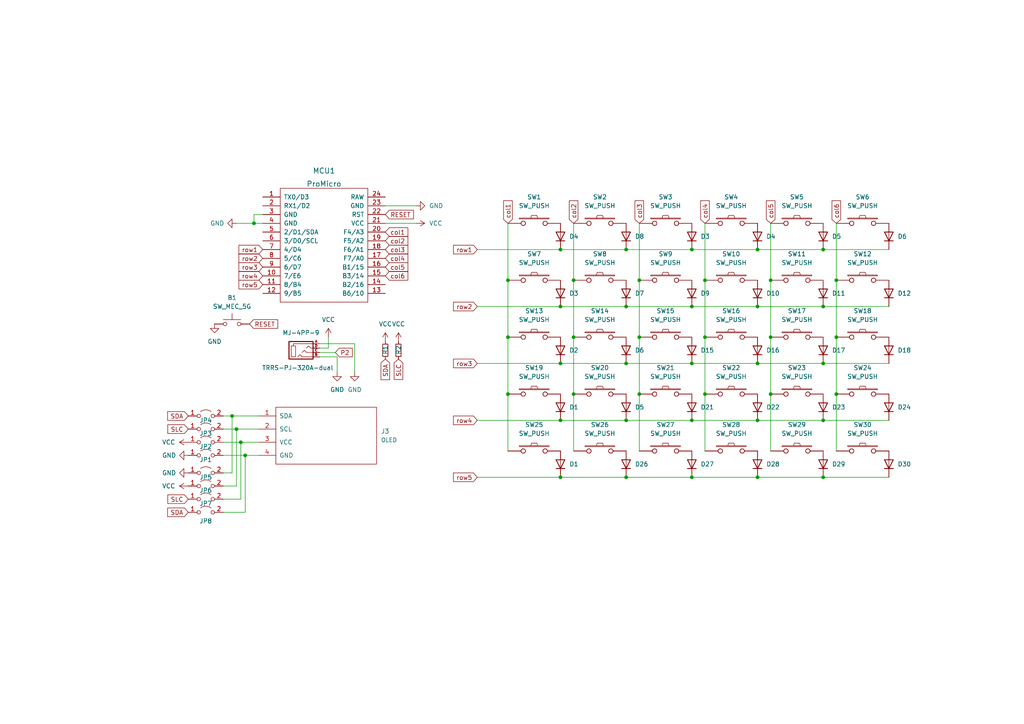
<source format=kicad_sch>
(kicad_sch (version 20211123) (generator eeschema)
  (paper "A4")
  (title_block (title "Insequor58 ≈ Moon60"))
  (lib_symbols
    (symbol "Device:R_Small" (pin_numbers hide) (pin_names (offset 0.254) hide)
      (property "Reference" "R" (at 0.762 0.508 0))
      (property "Value" "R_Small" (at 0.762 -1.016 0))
      (symbol "R_Small_0_1"
        (rectangle (start -0.762 1.778) (end 0.762 -1.778) (stroke (width 0.2032)))
      )
      (symbol "R_Small_1_1"
        (pin passive line (at 0 2.54 270) (length 0.762) (name "~") (number "1"))
        (pin passive line (at 0 -2.54 90) (length 0.762) (name "~") (number "2"))
      )
    )
    (symbol "Jumper:Jumper_2_Open" (pin_names (offset 0) hide)
      (property "Reference" "JP" (at 0 2.794 0))
      (property "Value" "Jumper_2_Open" (at 0 -2.286 0))
      (symbol "Jumper_2_Open_0_0"
        (circle (center -2.032 0) (radius 0.508))
        (circle (center 2.032 0) (radius 0.508))
      )
      (symbol "Jumper_2_Open_0_1"
        (arc (start 1.524 1.27) (mid 0 1.778) (end -1.524 1.27))
      )
      (symbol "Jumper_2_Open_1_1"
        (pin passive line (at -5.08 0 0) (length 2.54) (name "A") (number "1"))
        (pin passive line (at 5.08 0 180) (length 2.54) (name "B") (number "2"))
      )
    )
    (symbol "Simulation_SPICE:DIODE" (pin_numbers hide) (pin_names (offset 1.016) hide)
      (property "Reference" "D" (at 0 2.54 0))
      (property "Value" "DIODE" (at 0 -2.54 0))
      (symbol "DIODE_0_1"
        (polyline (pts (xy 1.27 0) (xy -1.27 0)))
        (polyline (pts (xy 1.27 1.27) (xy 1.27 -1.27)) (stroke (width 0.254)))
        (polyline (pts (xy -1.27 -1.27) (xy -1.27 1.27) (xy 1.27 0) (xy -1.27 -1.27)) (stroke (width 0.254)))
      )
      (symbol "DIODE_1_1"
        (pin passive line (at -3.81 0 0) (length 2.54) (name "A") (number "1"))
        (pin passive line (at 3.81 0 180) (length 2.54) (name "K") (number "2"))
      )
    )
    (symbol "Switch:SW_MEC_5G" (pin_numbers hide) (pin_names (offset 1.016) hide)
      (property "Reference" "SW" (at 1.27 2.54 0))
      (property "Value" "SW_MEC_5G" (at 0 -1.524 0))
      (symbol "SW_MEC_5G_0_1"
        (circle (center -2.032 0) (radius 0.508))
        (polyline (pts (xy 0 1.27) (xy 0 3.048)))
        (polyline (pts (xy 2.54 1.27) (xy -2.54 1.27)))
        (circle (center 2.032 0) (radius 0.508))
        (pin passive line (at -5.08 0 0) (length 2.54) (name "A") (number "1"))
        (pin passive line (at 5.08 0 180) (length 2.54) (name "B") (number "3"))
      )
      (symbol "SW_MEC_5G_1_1"
        (pin passive line (at -5.08 0 0) (length 2.54) hide (name "A") (number "2"))
        (pin passive line (at 5.08 0 180) (length 2.54) hide (name "B") (number "4"))
      )
    )
    (symbol "kbd:MJ-4PP-9" (pin_names (offset 1.016))
      (property "Reference" "J" (at 0 3.81 0))
      (property "Value" "MJ-4PP-9" (at 0 -3.81 0))
      (symbol "MJ-4PP-9_0_1"
        (rectangle (start -1.905 -1.905) (end -3.175 1.27))
        (polyline (pts (xy -2.54 1.27) (xy -2.54 1.905) (xy 3.175 1.905)))
        (polyline (pts (xy -1.27 -1.905) (xy -0.635 -1.27) (xy 0 -1.905) (xy 3.175 -1.905)))
        (polyline (pts (xy 0 -0.635) (xy 0.635 0) (xy 1.27 -0.635) (xy 3.175 -0.635)))
        (polyline (pts (xy 1.27 0.635) (xy 1.905 1.27) (xy 2.54 0.635) (xy 3.175 0.635)))
        (rectangle (start 3.175 2.54) (end -3.81 -2.54) (stroke (width 0.3048)))
      )
      (symbol "MJ-4PP-9_1_1"
        (pin input line (at 5.08 1.905 180) (length 2.0066) (name "~") (number "A"))
        (pin input line (at 5.08 -1.905 180) (length 2.0066) (name "~") (number "B"))
        (pin input line (at 5.08 -0.635 180) (length 2.0066) (name "~") (number "C"))
        (pin input line (at 5.08 0.635 180) (length 2.0066) (name "~") (number "D"))
      )
    )
    (symbol "kbd:OLED" (pin_names (offset 1.016))
      (property "Reference" "OL" (at 0 2.54 0))
      (property "Value" "OLED" (at 0 -1.27 0))
      (symbol "OLED_0_1"
        (rectangle (start -13.97 8.89) (end 15.24 -7.62))
      )
      (symbol "OLED_1_1"
        (pin bidirectional line (at -19.05 6.35 0) (length 5.08) (name "SDA") (number "1"))
        (pin bidirectional line (at -19.05 2.54 0) (length 5.08) (name "SCL") (number "2"))
        (pin power_in line (at -19.05 -1.27 0) (length 5.08) (name "VCC") (number "3"))
        (pin power_in line (at -19.05 -5.08 0) (length 5.08) (name "GND") (number "4"))
      )
    )
    (symbol "kbd:ProMicro" (pin_names (offset 1.016))
      (property "Reference" "U" (at 0 19.05 0))
      (property "Value" "ProMicro" (at 0 -19.05 0))
      (symbol "ProMicro_0_1"
        (rectangle (start -12.7 16.51) (end 12.7 -16.51))
      )
      (symbol "ProMicro_1_1"
        (pin bidirectional line (at -17.78 13.97 0) (length 5.08) (name "TX0/D3") (number "1"))
        (pin bidirectional line (at -17.78 -8.89 0) (length 5.08) (name "7/E6") (number "10"))
        (pin bidirectional line (at -17.78 -11.43 0) (length 5.08) (name "8/B4") (number "11"))
        (pin bidirectional line (at -17.78 -13.97 0) (length 5.08) (name "9/B5") (number "12"))
        (pin bidirectional line (at 17.78 -13.97 180) (length 5.08) (name "B6/10") (number "13"))
        (pin bidirectional line (at 17.78 -11.43 180) (length 5.08) (name "B2/16") (number "14"))
        (pin bidirectional line (at 17.78 -8.89 180) (length 5.08) (name "B3/14") (number "15"))
        (pin bidirectional line (at 17.78 -6.35 180) (length 5.08) (name "B1/15") (number "16"))
        (pin bidirectional line (at 17.78 -3.81 180) (length 5.08) (name "F7/A0") (number "17"))
        (pin bidirectional line (at 17.78 -1.27 180) (length 5.08) (name "F6/A1") (number "18"))
        (pin bidirectional line (at 17.78 1.27 180) (length 5.08) (name "F5/A2") (number "19"))
        (pin bidirectional line (at -17.78 11.43 0) (length 5.08) (name "RX1/D2") (number "2"))
        (pin bidirectional line (at 17.78 3.81 180) (length 5.08) (name "F4/A3") (number "20"))
        (pin power_in line (at 17.78 6.35 180) (length 5.08) (name "VCC") (number "21"))
        (pin input line (at 17.78 8.89 180) (length 5.08) (name "RST") (number "22"))
        (pin power_in line (at 17.78 11.43 180) (length 5.08) (name "GND") (number "23"))
        (pin power_out line (at 17.78 13.97 180) (length 5.08) (name "RAW") (number "24"))
        (pin power_in line (at -17.78 8.89 0) (length 5.08) (name "GND") (number "3"))
        (pin power_in line (at -17.78 6.35 0) (length 5.08) (name "GND") (number "4"))
        (pin bidirectional line (at -17.78 3.81 0) (length 5.08) (name "2/D1/SDA") (number "5"))
        (pin bidirectional line (at -17.78 1.27 0) (length 5.08) (name "3/D0/SCL") (number "6"))
        (pin bidirectional line (at -17.78 -1.27 0) (length 5.08) (name "4/D4") (number "7"))
        (pin bidirectional line (at -17.78 -3.81 0) (length 5.08) (name "5/C6") (number "8"))
        (pin bidirectional line (at -17.78 -6.35 0) (length 5.08) (name "6/D7") (number "9"))
      )
    )
    (symbol "kbd:SW_PUSH" (pin_numbers hide) (pin_names (offset 1.016) hide)
      (property "Reference" "SW" (at 3.81 2.794 0))
      (property "Value" "SW_PUSH" (at 0 -2.032 0))
      (symbol "SW_PUSH_0_1"
        (rectangle (start -4.318 1.27) (end 4.318 1.524))
        (polyline (pts (xy -1.016 1.524) (xy -0.762 2.286) (xy 0.762 2.286) (xy 1.016 1.524)))
        (pin passive inverted (at -7.62 0 0) (length 5.08) (name "1") (number "1"))
        (pin passive inverted (at 7.62 0 180) (length 5.08) (name "2") (number "2"))
      )
    )
    (symbol "power:GND" (power) (pin_names (offset 0))
      (property "Value" "GND" (at 0 -3.81 0))
      (symbol "GND_0_1"
        (polyline (pts (xy 0 0) (xy 0 -1.27) (xy 1.27 -1.27) (xy 0 -2.54) (xy -1.27 -1.27) (xy 0 -1.27)))
      )
      (symbol "GND_1_1"
        (pin power_in line (at 0 0 270) (length 0) hide (name "GND") (number "1"))
      )
    )
    (symbol "power:VCC" (power) (pin_names (offset 0))
      (property "Value" "VCC" (at 0 3.81 0))
      (symbol "VCC_0_1"
        (polyline (pts (xy -0.762 1.27) (xy 0 2.54)))
        (polyline (pts (xy 0 0) (xy 0 2.54)))
        (polyline (pts (xy 0 2.54) (xy 0.762 1.27)))
      )
      (symbol "VCC_1_1"
        (pin power_in line (at 0 0 90) (length 0) hide (name "VCC") (number "1"))
      )
    )
  )
  (junction (at 219.71 121.92))
  (junction (at 238.76 72.39))
  (junction (at 73.66 64.77))
  (junction (at 147.32 97.79))
  (junction (at 238.76 88.9))
  (junction (at 204.47 114.3))
  (junction (at 181.61 121.92))
  (junction (at 181.61 72.39))
  (junction (at 162.56 88.9))
  (junction (at 223.52 81.28))
  (junction (at 162.56 138.43))
  (junction (at 219.71 105.41))
  (junction (at 181.61 105.41))
  (junction (at 238.76 138.43))
  (junction (at 147.32 114.3))
  (junction (at 162.56 121.92))
  (junction (at 181.61 138.43))
  (junction (at 223.52 97.79))
  (junction (at 200.66 88.9))
  (junction (at 204.47 97.79))
  (junction (at 200.66 72.39))
  (junction (at 69.85 128.27))
  (junction (at 242.57 114.3))
  (junction (at 200.66 121.92))
  (junction (at 242.57 81.28))
  (junction (at 242.57 97.79))
  (junction (at 166.37 97.79))
  (junction (at 166.37 114.3))
  (junction (at 219.71 88.9))
  (junction (at 71.12 132.08))
  (junction (at 162.56 105.41))
  (junction (at 185.42 114.3))
  (junction (at 238.76 121.92))
  (junction (at 223.52 114.3))
  (junction (at 200.66 138.43))
  (junction (at 219.71 138.43))
  (junction (at 166.37 81.28))
  (junction (at 147.32 81.28))
  (junction (at 181.61 88.9))
  (junction (at 68.58 124.46))
  (junction (at 200.66 105.41))
  (junction (at 162.56 72.39))
  (junction (at 185.42 81.28))
  (junction (at 204.47 81.28))
  (junction (at 185.42 97.79))
  (junction (at 238.76 105.41))
  (junction (at 219.71 72.39))
  (junction (at 67.31 120.65))
  (wire (pts (xy 181.61 138.43) (xy 162.56 138.43)))
  (wire (pts (xy 185.42 81.28) (xy 185.42 97.79)))
  (wire (pts (xy 95.25 100.965) (xy 95.25 97.79)))
  (wire (pts (xy 162.56 105.41) (xy 181.61 105.41)))
  (wire (pts (xy 162.56 138.43) (xy 138.43 138.43)))
  (wire (pts (xy 200.66 138.43) (xy 181.61 138.43)))
  (wire (pts (xy 223.52 114.3) (xy 223.52 130.81)))
  (wire (pts (xy 68.58 124.46) (xy 68.58 140.97)))
  (wire (pts (xy 64.77 128.27) (xy 69.85 128.27)))
  (wire (pts (xy 68.58 64.77) (xy 73.66 64.77)))
  (wire (pts (xy 138.43 121.92) (xy 162.56 121.92)))
  (wire (pts (xy 219.71 138.43) (xy 200.66 138.43)))
  (wire (pts (xy 162.56 121.92) (xy 181.61 121.92)))
  (wire (pts (xy 238.76 72.39) (xy 257.81 72.39)))
  (wire (pts (xy 64.77 124.46) (xy 68.58 124.46)))
  (wire (pts (xy 92.71 103.505) (xy 97.79 103.505)))
  (wire (pts (xy 257.81 138.43) (xy 238.76 138.43)))
  (wire (pts (xy 69.85 128.27) (xy 69.85 144.78)))
  (wire (pts (xy 73.66 62.23) (xy 73.66 64.77)))
  (wire (pts (xy 162.56 88.9) (xy 181.61 88.9)))
  (wire (pts (xy 185.42 64.77) (xy 185.42 81.28)))
  (wire (pts (xy 64.77 148.59) (xy 71.12 148.59)))
  (wire (pts (xy 166.37 114.3) (xy 166.37 130.81)))
  (wire (pts (xy 200.66 88.9) (xy 219.71 88.9)))
  (wire (pts (xy 238.76 88.9) (xy 257.81 88.9)))
  (wire (pts (xy 92.71 99.695) (xy 102.87 99.695)))
  (wire (pts (xy 102.87 99.695) (xy 102.87 107.95)))
  (wire (pts (xy 204.47 97.79) (xy 204.47 114.3)))
  (wire (pts (xy 242.57 81.28) (xy 242.57 97.79)))
  (wire (pts (xy 223.52 64.77) (xy 223.52 81.28)))
  (wire (pts (xy 219.71 72.39) (xy 238.76 72.39)))
  (wire (pts (xy 166.37 97.79) (xy 166.37 114.3)))
  (wire (pts (xy 242.57 97.79) (xy 242.57 114.3)))
  (wire (pts (xy 242.57 64.77) (xy 242.57 81.28)))
  (wire (pts (xy 200.66 121.92) (xy 219.71 121.92)))
  (wire (pts (xy 64.77 140.97) (xy 68.58 140.97)))
  (wire (pts (xy 138.43 88.9) (xy 162.56 88.9)))
  (wire (pts (xy 111.76 64.77) (xy 120.65 64.77)))
  (wire (pts (xy 64.77 144.78) (xy 69.85 144.78)))
  (wire (pts (xy 147.32 97.79) (xy 147.32 114.3)))
  (wire (pts (xy 67.31 120.65) (xy 74.93 120.65)))
  (wire (pts (xy 147.32 81.28) (xy 147.32 97.79)))
  (wire (pts (xy 64.77 137.16) (xy 67.31 137.16)))
  (wire (pts (xy 92.71 100.965) (xy 95.25 100.965)))
  (wire (pts (xy 111.76 59.69) (xy 120.65 59.69)))
  (wire (pts (xy 64.77 120.65) (xy 67.31 120.65)))
  (wire (pts (xy 219.71 121.92) (xy 238.76 121.92)))
  (wire (pts (xy 73.66 64.77) (xy 76.2 64.77)))
  (wire (pts (xy 204.47 81.28) (xy 204.47 97.79)))
  (wire (pts (xy 92.71 102.235) (xy 97.28 102.2421)))
  (wire (pts (xy 71.12 132.08) (xy 74.93 132.08)))
  (wire (pts (xy 138.43 105.41) (xy 162.56 105.41)))
  (wire (pts (xy 200.66 105.41) (xy 219.71 105.41)))
  (wire (pts (xy 166.37 64.77) (xy 166.37 81.28)))
  (wire (pts (xy 204.47 114.3) (xy 204.47 130.81)))
  (wire (pts (xy 147.32 114.3) (xy 147.32 130.81)))
  (wire (pts (xy 147.32 64.77) (xy 147.32 81.28)))
  (wire (pts (xy 68.58 124.46) (xy 74.93 124.46)))
  (wire (pts (xy 166.37 81.28) (xy 166.37 97.79)))
  (wire (pts (xy 238.76 138.43) (xy 219.71 138.43)))
  (wire (pts (xy 181.61 121.92) (xy 200.66 121.92)))
  (wire (pts (xy 64.77 132.08) (xy 71.12 132.08)))
  (wire (pts (xy 185.42 114.3) (xy 185.42 130.81)))
  (wire (pts (xy 181.61 105.41) (xy 200.66 105.41)))
  (wire (pts (xy 138.43 72.39) (xy 162.56 72.39)))
  (wire (pts (xy 181.61 72.39) (xy 200.66 72.39)))
  (wire (pts (xy 69.85 128.27) (xy 74.93 128.27)))
  (wire (pts (xy 204.47 64.77) (xy 204.47 81.28)))
  (wire (pts (xy 238.76 121.92) (xy 257.81 121.92)))
  (wire (pts (xy 223.52 97.79) (xy 223.52 114.3)))
  (wire (pts (xy 97.79 103.505) (xy 97.79 107.95)))
  (wire (pts (xy 219.71 105.41) (xy 238.76 105.41)))
  (wire (pts (xy 242.57 114.3) (xy 242.57 130.81)))
  (wire (pts (xy 67.31 120.65) (xy 67.31 137.16)))
  (wire (pts (xy 181.61 88.9) (xy 200.66 88.9)))
  (wire (pts (xy 71.12 132.08) (xy 71.12 148.59)))
  (wire (pts (xy 219.71 88.9) (xy 238.76 88.9)))
  (wire (pts (xy 185.42 97.79) (xy 185.42 114.3)))
  (wire (pts (xy 200.66 72.39) (xy 219.71 72.39)))
  (wire (pts (xy 76.2 62.23) (xy 73.66 62.23)))
  (wire (pts (xy 238.76 105.41) (xy 257.81 105.41)))
  (wire (pts (xy 223.52 81.28) (xy 223.52 97.79)))
  (wire (pts (xy 162.56 72.39) (xy 181.61 72.39)))
  (global_label "row3" (shape input) (at 138.43 105.41 180) (property "Intersheet References" "${INTERSHEET_REFS}" (effects hide)))
  (global_label "P2" (shape input) (at 97.28 102.2421 0) (property "Intersheet References" "${INTERSHEET_REFS}" (effects hide)))
  (global_label "col4" (shape input) (at 111.76 74.93 0) (property "Intersheet References" "${INTERSHEET_REFS}" (effects hide)))
  (global_label "SDA" (shape input) (at 111.76 104.14 270) (property "Intersheet References" "${INTERSHEET_REFS}" (effects hide)))
  (global_label "row4" (shape input) (at 138.43 121.92 180) (property "Intersheet References" "${INTERSHEET_REFS}" (effects hide)))
  (global_label "SLC" (shape input) (at 115.57 104.14 270) (property "Intersheet References" "${INTERSHEET_REFS}" (effects hide)))
  (global_label "col3" (shape input) (at 185.42 64.77 90) (property "Intersheet References" "${INTERSHEET_REFS}" (effects hide)))
  (global_label "col5" (shape input) (at 223.52 64.77 90) (property "Intersheet References" "${INTERSHEET_REFS}" (effects hide)))
  (global_label "row3" (shape input) (at 76.2 77.47 180) (property "Intersheet References" "${INTERSHEET_REFS}" (effects hide)))
  (global_label "col6" (shape input) (at 242.57 64.77 90) (property "Intersheet References" "${INTERSHEET_REFS}" (effects hide)))
  (global_label "row4" (shape input) (at 76.2 80.01 180) (property "Intersheet References" "${INTERSHEET_REFS}" (effects hide)))
  (global_label "RESET" (shape input) (at 72.39 93.98 0) (property "Intersheet References" "${INTERSHEET_REFS}" (effects hide)))
  (global_label "col1" (shape input) (at 147.32 64.77 90) (property "Intersheet References" "${INTERSHEET_REFS}" (effects hide)))
  (global_label "row1" (shape input) (at 76.2 72.39 180) (property "Intersheet References" "${INTERSHEET_REFS}" (effects hide)))
  (global_label "row2" (shape input) (at 138.43 88.9 180) (property "Intersheet References" "${INTERSHEET_REFS}" (effects hide)))
  (global_label "RESET" (shape input) (at 111.76 62.23 0) (property "Intersheet References" "${INTERSHEET_REFS}" (effects hide)))
  (global_label "col6" (shape input) (at 111.76 80.01 0) (property "Intersheet References" "${INTERSHEET_REFS}" (effects hide)))
  (global_label "SLC" (shape input) (at 54.61 124.46 180) (property "Intersheet References" "${INTERSHEET_REFS}" (effects hide)))
  (global_label "col4" (shape input) (at 204.47 64.77 90) (property "Intersheet References" "${INTERSHEET_REFS}" (effects hide)))
  (global_label "row1" (shape input) (at 138.43 72.39 180) (property "Intersheet References" "${INTERSHEET_REFS}" (effects hide)))
  (global_label "col2" (shape input) (at 111.76 69.85 0) (property "Intersheet References" "${INTERSHEET_REFS}" (effects hide)))
  (global_label "col1" (shape input) (at 111.76 67.31 0) (property "Intersheet References" "${INTERSHEET_REFS}" (effects hide)))
  (global_label "row2" (shape input) (at 76.2 74.93 180) (property "Intersheet References" "${INTERSHEET_REFS}" (effects hide)))
  (global_label "SLC" (shape input) (at 54.61 144.78 180) (property "Intersheet References" "${INTERSHEET_REFS}" (effects hide)))
  (global_label "row5" (shape input) (at 76.2 82.55 180) (property "Intersheet References" "${INTERSHEET_REFS}" (effects hide)))
  (global_label "SDA" (shape input) (at 54.61 148.59 180) (property "Intersheet References" "${INTERSHEET_REFS}" (effects hide)))
  (global_label "col3" (shape input) (at 111.76 72.39 0) (property "Intersheet References" "${INTERSHEET_REFS}" (effects hide)))
  (global_label "SDA" (shape input) (at 54.61 120.65 180) (property "Intersheet References" "${INTERSHEET_REFS}" (effects hide)))
  (global_label "col5" (shape input) (at 111.76 77.47 0) (property "Intersheet References" "${INTERSHEET_REFS}" (effects hide)))
  (global_label "col2" (shape input) (at 166.37 64.77 90) (property "Intersheet References" "${INTERSHEET_REFS}" (effects hide)))
  (global_label "row5" (shape input) (at 138.43 138.43 180) (property "Intersheet References" "${INTERSHEET_REFS}" (effects hide)))
  (symbol (lib_id "kbd:SW_PUSH") (at 250.19 64.77 0) (unit 1)
    (property "Reference" "SW6" (at 250.19 57.15 0))
    (property "Value" "SW_PUSH" (at 250.19 59.69 0))
  )
  (symbol (lib_id "kbd:SW_PUSH") (at 212.09 130.81 0) (unit 1)
    (property "Reference" "SW28" (at 212.09 123.19 0))
    (property "Value" "SW_PUSH" (at 212.09 125.73 0))
  )
  (symbol (lib_id "kbd:SW_PUSH") (at 154.94 114.3 0) (unit 1)
    (property "Reference" "SW19" (at 154.94 106.68 0))
    (property "Value" "SW_PUSH" (at 154.94 109.22 0))
  )
  (symbol (lib_id "kbd:SW_PUSH") (at 212.09 114.3 0) (unit 1)
    (property "Reference" "SW22" (at 212.09 106.68 0))
    (property "Value" "SW_PUSH" (at 212.09 109.22 0))
  )
  (symbol (lib_id "Jumper:Jumper_2_Open") (at 59.69 120.65 0) (unit 1)
    (property "Reference" "JP4" (at 59.69 121.92 0))
    (property "Value" "Jumper_2_Open" (effects hide))
  )
  (symbol (lib_id "Jumper:Jumper_2_Open") (at 59.69 137.16 0) (unit 1)
    (property "Reference" "JP5" (at 59.69 138.43 0))
    (property "Value" "Jumper_2_Open" (effects hide))
  )
  (symbol (lib_id "kbd:MJ-4PP-9") (at 87.63 101.6 0) (unit 1)
    (property "Reference" "TRRS-PJ-320A-dual" (at 86.36 106.68 0))
    (property "Value" "MJ-4PP-9" (at 87.3125 96.52 0))
  )
  (symbol (lib_id "kbd:SW_PUSH") (at 154.94 130.81 0) (unit 1)
    (property "Reference" "SW25" (at 154.94 123.19 0))
    (property "Value" "SW_PUSH" (at 154.94 125.73 0))
  )
  (symbol (lib_id "Simulation_SPICE:DIODE") (at 219.71 85.09 270) (unit 1)
    (property "Reference" "D10" (at 222.25 85.0899 90) (effects (justify left)))
    (property "Value" "DIODE" (effects hide))
    (property "Spice_Netlist_Enabled" "Y" (effects hide))
    (property "Spice_Primitive" "D" (effects hide))
  )
  (symbol (lib_id "Device:R_Small") (at 111.76 101.6 0) (unit 1)
    (property "Reference" "R1" (at 111.76 102.87 90) (effects (justify left)))
    (property "Value" "R_Small" (effects hide))
  )
  (symbol (lib_id "power:GND") (at 97.79 107.95 0) (unit 1)
    (property "Reference" "#PWR?" (effects hide))
    (property "Value" "GND" (at 97.79 113.03 0))
  )
  (symbol (lib_id "Simulation_SPICE:DIODE") (at 162.56 134.62 270) (unit 1)
    (property "Reference" "D1" (at 165.1 134.6199 90) (effects (justify left)))
    (property "Value" "DIODE" (effects hide))
    (property "Spice_Netlist_Enabled" "Y" (effects hide))
    (property "Spice_Primitive" "D" (effects hide))
  )
  (symbol (lib_id "power:VCC") (at 111.76 99.06 0) (unit 1)
    (property "Reference" "#PWR?" (effects hide))
    (property "Value" "VCC" (at 111.76 93.98 0))
  )
  (symbol (lib_id "Simulation_SPICE:DIODE") (at 257.81 68.58 270) (unit 1)
    (property "Reference" "D6" (at 260.35 68.5799 90) (effects (justify left)))
    (property "Value" "DIODE" (effects hide))
    (property "Spice_Netlist_Enabled" "Y" (effects hide))
    (property "Spice_Primitive" "D" (effects hide))
  )
  (symbol (lib_id "Simulation_SPICE:DIODE") (at 200.66 101.6 270) (unit 1)
    (property "Reference" "D15" (at 203.2 101.5999 90) (effects (justify left)))
    (property "Value" "DIODE" (effects hide))
    (property "Spice_Netlist_Enabled" "Y" (effects hide))
    (property "Spice_Primitive" "D" (effects hide))
  )
  (symbol (lib_id "power:GND") (at 54.61 137.16 270) (unit 1)
    (property "Reference" "#PWR?" (effects hide))
    (property "Value" "GND" (at 46.99 137.16 90) (effects (justify left)))
  )
  (symbol (lib_id "Simulation_SPICE:DIODE") (at 238.76 101.6 270) (unit 1)
    (property "Reference" "D17" (at 241.3 101.5999 90) (effects (justify left)))
    (property "Value" "DIODE" (effects hide))
    (property "Spice_Netlist_Enabled" "Y" (effects hide))
    (property "Spice_Primitive" "D" (effects hide))
  )
  (symbol (lib_id "power:VCC") (at 54.61 128.27 90) (unit 1)
    (property "Reference" "#PWR?" (effects hide))
    (property "Value" "VCC" (at 46.99 128.27 90) (effects (justify right)))
  )
  (symbol (lib_id "Simulation_SPICE:DIODE") (at 238.76 134.62 270) (unit 1)
    (property "Reference" "D29" (at 241.3 134.6199 90) (effects (justify left)))
    (property "Value" "DIODE" (effects hide))
    (property "Spice_Netlist_Enabled" "Y" (effects hide))
    (property "Spice_Primitive" "D" (effects hide))
  )
  (symbol (lib_id "Jumper:Jumper_2_Open") (at 59.69 140.97 0) (unit 1)
    (property "Reference" "JP6" (at 59.69 142.24 0))
    (property "Value" "Jumper_2_Open" (effects hide))
  )
  (symbol (lib_id "Simulation_SPICE:DIODE") (at 200.66 134.62 270) (unit 1)
    (property "Reference" "D27" (at 203.2 134.6199 90) (effects (justify left)))
    (property "Value" "DIODE" (effects hide))
    (property "Spice_Netlist_Enabled" "Y" (effects hide))
    (property "Spice_Primitive" "D" (effects hide))
  )
  (symbol (lib_id "kbd:SW_PUSH") (at 154.94 64.77 0) (unit 1)
    (property "Reference" "SW1" (at 154.94 57.15 0))
    (property "Value" "SW_PUSH" (at 154.94 59.69 0))
  )
  (symbol (lib_id "kbd:SW_PUSH") (at 193.04 81.28 0) (unit 1)
    (property "Reference" "SW9" (at 193.04 73.66 0))
    (property "Value" "SW_PUSH" (at 193.04 76.2 0))
  )
  (symbol (lib_id "power:GND") (at 54.61 132.08 270) (unit 1)
    (property "Reference" "#PWR?" (effects hide))
    (property "Value" "GND" (at 46.99 132.08 90) (effects (justify left)))
  )
  (symbol (lib_id "kbd:SW_PUSH") (at 231.14 130.81 0) (unit 1)
    (property "Reference" "SW29" (at 231.14 123.19 0))
    (property "Value" "SW_PUSH" (at 231.14 125.73 0))
  )
  (symbol (lib_id "Simulation_SPICE:DIODE") (at 162.56 101.6 270) (unit 1)
    (property "Reference" "D2" (at 165.1 101.5999 90) (effects (justify left)))
    (property "Value" "DIODE" (effects hide))
    (property "Spice_Netlist_Enabled" "Y" (effects hide))
    (property "Spice_Primitive" "D" (effects hide))
  )
  (symbol (lib_id "kbd:SW_PUSH") (at 154.94 97.79 0) (unit 1)
    (property "Reference" "SW13" (at 154.94 90.17 0))
    (property "Value" "SW_PUSH" (at 154.94 92.71 0))
  )
  (symbol (lib_id "kbd:SW_PUSH") (at 250.19 81.28 0) (unit 1)
    (property "Reference" "SW12" (at 250.19 73.66 0))
    (property "Value" "SW_PUSH" (at 250.19 76.2 0))
  )
  (symbol (lib_id "Simulation_SPICE:DIODE") (at 181.61 68.58 270) (unit 1)
    (property "Reference" "D8" (at 184.15 68.5799 90) (effects (justify left)))
    (property "Value" "DIODE" (effects hide))
    (property "Spice_Netlist_Enabled" "Y" (effects hide))
    (property "Spice_Primitive" "D" (effects hide))
  )
  (symbol (lib_id "kbd:ProMicro") (at 93.98 71.12 0) (unit 1)
    (property "Reference" "MCU1" (at 93.98 49.53 0) (effects (font (size 1.524 1.524))))
    (property "Value" "ProMicro" (at 93.98 53.34 0) (effects (font (size 1.524 1.524))))
  )
  (symbol (lib_id "Simulation_SPICE:DIODE") (at 257.81 85.09 270) (unit 1)
    (property "Reference" "D12" (at 260.35 85.0899 90) (effects (justify left)))
    (property "Value" "DIODE" (effects hide))
    (property "Spice_Netlist_Enabled" "Y" (effects hide))
    (property "Spice_Primitive" "D" (effects hide))
  )
  (symbol (lib_id "power:VCC") (at 54.61 140.97 90) (unit 1)
    (property "Reference" "#PWR?" (effects hide))
    (property "Value" "VCC" (at 46.99 140.97 90) (effects (justify right)))
  )
  (symbol (lib_id "Device:R_Small") (at 115.57 101.6 0) (unit 1)
    (property "Reference" "R2" (at 115.57 102.87 90) (effects (justify left)))
    (property "Value" "R_Small" (effects hide))
  )
  (symbol (lib_id "power:GND") (at 102.87 107.95 0) (unit 1)
    (property "Reference" "#PWR?" (effects hide))
    (property "Value" "GND" (at 102.87 113.03 0))
  )
  (symbol (lib_id "Simulation_SPICE:DIODE") (at 219.71 134.62 270) (unit 1)
    (property "Reference" "D28" (at 222.25 134.6199 90) (effects (justify left)))
    (property "Value" "DIODE" (effects hide))
    (property "Spice_Netlist_Enabled" "Y" (effects hide))
    (property "Spice_Primitive" "D" (effects hide))
  )
  (symbol (lib_id "Simulation_SPICE:DIODE") (at 238.76 85.09 270) (unit 1)
    (property "Reference" "D11" (at 241.3 85.0899 90) (effects (justify left)))
    (property "Value" "DIODE" (effects hide))
    (property "Spice_Netlist_Enabled" "Y" (effects hide))
    (property "Spice_Primitive" "D" (effects hide))
  )
  (symbol (lib_id "Jumper:Jumper_2_Open") (at 59.69 132.08 0) (unit 1)
    (property "Reference" "JP1" (at 59.69 133.35 0))
    (property "Value" "Jumper_2_Open" (effects hide))
  )
  (symbol (lib_id "kbd:SW_PUSH") (at 193.04 97.79 0) (unit 1)
    (property "Reference" "SW15" (at 193.04 90.17 0))
    (property "Value" "SW_PUSH" (at 193.04 92.71 0))
  )
  (symbol (lib_id "Simulation_SPICE:DIODE") (at 238.76 118.11 270) (unit 1)
    (property "Reference" "D23" (at 241.3 118.1099 90) (effects (justify left)))
    (property "Value" "DIODE" (effects hide))
    (property "Spice_Netlist_Enabled" "Y" (effects hide))
    (property "Spice_Primitive" "D" (effects hide))
  )
  (symbol (lib_id "Jumper:Jumper_2_Open") (at 59.69 148.59 0) (unit 1)
    (property "Reference" "JP8" (at 59.69 151.13 0))
    (property "Value" "Jumper_2_Open" (effects hide))
  )
  (symbol (lib_id "kbd:SW_PUSH") (at 250.19 114.3 0) (unit 1)
    (property "Reference" "SW24" (at 250.19 106.68 0))
    (property "Value" "SW_PUSH" (at 250.19 109.22 0))
  )
  (symbol (lib_id "Simulation_SPICE:DIODE") (at 200.66 68.58 270) (unit 1)
    (property "Reference" "D3" (at 203.2 68.5799 90) (effects (justify left)))
    (property "Value" "DIODE" (effects hide))
    (property "Spice_Netlist_Enabled" "Y" (effects hide))
    (property "Spice_Primitive" "D" (effects hide))
  )
  (symbol (lib_id "Simulation_SPICE:DIODE") (at 200.66 118.11 270) (unit 1)
    (property "Reference" "D21" (at 203.2 118.1099 90) (effects (justify left)))
    (property "Value" "DIODE" (effects hide))
    (property "Spice_Netlist_Enabled" "Y" (effects hide))
    (property "Spice_Primitive" "D" (effects hide))
  )
  (symbol (lib_id "power:VCC") (at 115.57 99.06 0) (unit 1)
    (property "Reference" "#PWR?" (effects hide))
    (property "Value" "VCC" (at 115.57 93.98 0))
  )
  (symbol (lib_id "kbd:SW_PUSH") (at 231.14 114.3 0) (unit 1)
    (property "Reference" "SW23" (at 231.14 106.68 0))
    (property "Value" "SW_PUSH" (at 231.14 109.22 0))
  )
  (symbol (lib_id "Simulation_SPICE:DIODE") (at 238.76 68.58 270) (unit 1)
    (property "Reference" "D5" (at 241.3 68.5799 90) (effects (justify left)))
    (property "Value" "DIODE" (effects hide))
    (property "Spice_Netlist_Enabled" "Y" (effects hide))
    (property "Spice_Primitive" "D" (effects hide))
  )
  (symbol (lib_id "Simulation_SPICE:DIODE") (at 200.66 85.09 270) (unit 1)
    (property "Reference" "D9" (at 203.2 85.0899 90) (effects (justify left)))
    (property "Value" "DIODE" (effects hide))
    (property "Spice_Netlist_Enabled" "Y" (effects hide))
    (property "Spice_Primitive" "D" (effects hide))
  )
  (symbol (lib_id "Simulation_SPICE:DIODE") (at 219.71 118.11 270) (unit 1)
    (property "Reference" "D22" (at 222.25 118.1099 90) (effects (justify left)))
    (property "Value" "DIODE" (effects hide))
    (property "Spice_Netlist_Enabled" "Y" (effects hide))
    (property "Spice_Primitive" "D" (effects hide))
  )
  (symbol (lib_id "power:VCC") (at 120.65 64.77 270) (mirror x) (unit 1)
    (property "Reference" "#PWR?" (effects hide))
    (property "Value" "VCC" (at 124.46 64.7699 90) (effects (justify left)))
  )
  (symbol (lib_id "Jumper:Jumper_2_Open") (at 59.69 144.78 0) (unit 1)
    (property "Reference" "JP7" (at 59.69 146.05 0))
    (property "Value" "Jumper_2_Open" (effects hide))
  )
  (symbol (lib_id "power:GND") (at 68.58 64.77 270) (unit 1)
    (property "Reference" "#PWR?" (effects hide))
    (property "Value" "GND" (at 60.96 64.77 90) (effects (justify left)))
  )
  (symbol (lib_id "Simulation_SPICE:DIODE") (at 257.81 101.6 270) (unit 1)
    (property "Reference" "D18" (at 260.35 101.5999 90) (effects (justify left)))
    (property "Value" "DIODE" (effects hide))
    (property "Spice_Netlist_Enabled" "Y" (effects hide))
    (property "Spice_Primitive" "D" (effects hide))
  )
  (symbol (lib_id "power:VCC") (at 95.25 97.79 0) (unit 1)
    (property "Reference" "#PWR?" (effects hide))
    (property "Value" "VCC" (at 95.25 92.71 0))
  )
  (symbol (lib_id "kbd:SW_PUSH") (at 193.04 130.81 0) (unit 1)
    (property "Reference" "SW27" (at 193.04 123.19 0))
    (property "Value" "SW_PUSH" (at 193.04 125.73 0))
  )
  (symbol (lib_id "Simulation_SPICE:DIODE") (at 257.81 134.62 270) (unit 1)
    (property "Reference" "D30" (at 260.35 134.6199 90) (effects (justify left)))
    (property "Value" "DIODE" (effects hide))
    (property "Spice_Netlist_Enabled" "Y" (effects hide))
    (property "Spice_Primitive" "D" (effects hide))
  )
  (symbol (lib_id "kbd:SW_PUSH") (at 212.09 81.28 0) (unit 1)
    (property "Reference" "SW10" (at 212.09 73.66 0))
    (property "Value" "SW_PUSH" (at 212.09 76.2 0))
  )
  (symbol (lib_id "kbd:OLED") (at 93.98 127 0) (unit 1)
    (property "Reference" "J3" (at 110.49 125.095 0) (effects (font (size 1.2954 1.2954)) (justify left)))
    (property "Value" "OLED" (at 110.49 127.635 0) (effects (font (size 1.1938 1.1938)) (justify left)))
  )
  (symbol (lib_id "Simulation_SPICE:DIODE") (at 162.56 85.09 270) (unit 1)
    (property "Reference" "D3" (at 165.1 85.0899 90) (effects (justify left)))
    (property "Value" "DIODE" (effects hide))
    (property "Spice_Netlist_Enabled" "Y" (effects hide))
    (property "Spice_Primitive" "D" (effects hide))
  )
  (symbol (lib_id "kbd:SW_PUSH") (at 154.94 81.28 0) (unit 1)
    (property "Reference" "SW7" (at 154.94 73.66 0))
    (property "Value" "SW_PUSH" (at 154.94 76.2 0))
  )
  (symbol (lib_id "Simulation_SPICE:DIODE") (at 162.56 68.58 270) (unit 1)
    (property "Reference" "D4" (at 165.1 68.5799 90) (effects (justify left)))
    (property "Value" "DIODE" (effects hide))
    (property "Spice_Netlist_Enabled" "Y" (effects hide))
    (property "Spice_Primitive" "D" (effects hide))
  )
  (symbol (lib_id "Simulation_SPICE:DIODE") (at 257.81 118.11 270) (unit 1)
    (property "Reference" "D24" (at 260.35 118.1099 90) (effects (justify left)))
    (property "Value" "DIODE" (effects hide))
    (property "Spice_Netlist_Enabled" "Y" (effects hide))
    (property "Spice_Primitive" "D" (effects hide))
  )
  (symbol (lib_id "kbd:SW_PUSH") (at 173.99 130.81 0) (unit 1)
    (property "Reference" "SW26" (at 173.99 123.19 0))
    (property "Value" "SW_PUSH" (at 173.99 125.73 0))
  )
  (symbol (lib_id "kbd:SW_PUSH") (at 250.19 97.79 0) (unit 1)
    (property "Reference" "SW18" (at 250.19 90.17 0))
    (property "Value" "SW_PUSH" (at 250.19 92.71 0))
  )
  (symbol (lib_id "kbd:SW_PUSH") (at 173.99 64.77 0) (unit 1)
    (property "Reference" "SW2" (at 173.99 57.15 0))
    (property "Value" "SW_PUSH" (at 173.99 59.69 0))
  )
  (symbol (lib_id "power:GND") (at 120.65 59.69 90) (mirror x) (unit 1)
    (property "Reference" "#PWR?" (effects hide))
    (property "Value" "GND" (at 124.46 59.6899 90) (effects (justify right)))
  )
  (symbol (lib_id "Jumper:Jumper_2_Open") (at 59.69 128.27 0) (unit 1)
    (property "Reference" "JP2" (at 59.69 129.54 0))
    (property "Value" "Jumper_2_Open" (effects hide))
  )
  (symbol (lib_id "power:GND") (at 62.23 93.98 0) (unit 1)
    (property "Reference" "#PWR?" (effects hide))
    (property "Value" "GND" (at 62.23 99.06 0))
  )
  (symbol (lib_id "kbd:SW_PUSH") (at 212.09 97.79 0) (unit 1)
    (property "Reference" "SW16" (at 212.09 90.17 0))
    (property "Value" "SW_PUSH" (at 212.09 92.71 0))
  )
  (symbol (lib_id "Simulation_SPICE:DIODE") (at 219.71 101.6 270) (unit 1)
    (property "Reference" "D16" (at 222.25 101.5999 90) (effects (justify left)))
    (property "Value" "DIODE" (effects hide))
    (property "Spice_Netlist_Enabled" "Y" (effects hide))
    (property "Spice_Primitive" "D" (effects hide))
  )
  (symbol (lib_id "kbd:SW_PUSH") (at 231.14 64.77 0) (unit 1)
    (property "Reference" "SW5" (at 231.14 57.15 0))
    (property "Value" "SW_PUSH" (at 231.14 59.69 0))
  )
  (symbol (lib_id "kbd:SW_PUSH") (at 212.09 64.77 0) (unit 1)
    (property "Reference" "SW4" (at 212.09 57.15 0))
    (property "Value" "SW_PUSH" (at 212.09 59.69 0))
  )
  (symbol (lib_id "kbd:SW_PUSH") (at 250.19 130.81 0) (unit 1)
    (property "Reference" "SW30" (at 250.19 123.19 0))
    (property "Value" "SW_PUSH" (at 250.19 125.73 0))
  )
  (symbol (lib_id "kbd:SW_PUSH") (at 231.14 81.28 0) (unit 1)
    (property "Reference" "SW11" (at 231.14 73.66 0))
    (property "Value" "SW_PUSH" (at 231.14 76.2 0))
  )
  (symbol (lib_id "Switch:SW_MEC_5G") (at 67.31 93.98 0) (unit 1)
    (property "Reference" "B1" (at 67.31 86.36 0))
    (property "Value" "SW_MEC_5G" (at 67.31 88.9 0))
    (property "Datasheet" "http://www.apem.com/int/index.php?controller=attachment&id_attachment=488" (effects hide))
  )
  (symbol (lib_id "kbd:SW_PUSH") (at 193.04 114.3 0) (unit 1)
    (property "Reference" "SW21" (at 193.04 106.68 0))
    (property "Value" "SW_PUSH" (at 193.04 109.22 0))
  )
  (symbol (lib_id "kbd:SW_PUSH") (at 173.99 81.28 0) (unit 1)
    (property "Reference" "SW8" (at 173.99 73.66 0))
    (property "Value" "SW_PUSH" (at 173.99 76.2 0))
  )
  (symbol (lib_id "Simulation_SPICE:DIODE") (at 181.61 134.62 270) (unit 1)
    (property "Reference" "D26" (at 184.15 134.6199 90) (effects (justify left)))
    (property "Value" "DIODE" (effects hide))
    (property "Spice_Netlist_Enabled" "Y" (effects hide))
    (property "Spice_Primitive" "D" (effects hide))
  )
  (symbol (lib_id "Simulation_SPICE:DIODE") (at 181.61 85.09 270) (unit 1)
    (property "Reference" "D7" (at 184.15 85.0899 90) (effects (justify left)))
    (property "Value" "DIODE" (effects hide))
    (property "Spice_Netlist_Enabled" "Y" (effects hide))
    (property "Spice_Primitive" "D" (effects hide))
  )
  (symbol (lib_id "Simulation_SPICE:DIODE") (at 162.56 118.11 270) (unit 1)
    (property "Reference" "D1" (at 165.1 118.1099 90) (effects (justify left)))
    (property "Value" "DIODE" (effects hide))
    (property "Spice_Netlist_Enabled" "Y" (effects hide))
    (property "Spice_Primitive" "D" (effects hide))
  )
  (symbol (lib_id "Simulation_SPICE:DIODE") (at 181.61 101.6 270) (unit 1)
    (property "Reference" "D6" (at 184.15 101.5999 90) (effects (justify left)))
    (property "Value" "DIODE" (effects hide))
    (property "Spice_Netlist_Enabled" "Y" (effects hide))
    (property "Spice_Primitive" "D" (effects hide))
  )
  (symbol (lib_id "kbd:SW_PUSH") (at 231.14 97.79 0) (unit 1)
    (property "Reference" "SW17" (at 231.14 90.17 0))
    (property "Value" "SW_PUSH" (at 231.14 92.71 0))
  )
  (symbol (lib_id "kbd:SW_PUSH") (at 173.99 114.3 0) (unit 1)
    (property "Reference" "SW20" (at 173.99 106.68 0))
    (property "Value" "SW_PUSH" (at 173.99 109.22 0))
  )
  (symbol (lib_id "kbd:SW_PUSH") (at 193.04 64.77 0) (unit 1)
    (property "Reference" "SW3" (at 193.04 57.15 0))
    (property "Value" "SW_PUSH" (at 193.04 59.69 0))
  )
  (symbol (lib_id "Jumper:Jumper_2_Open") (at 59.69 124.46 0) (unit 1)
    (property "Reference" "JP3" (at 59.69 125.73 0))
    (property "Value" "Jumper_2_Open" (effects hide))
  )
  (symbol (lib_id "kbd:SW_PUSH") (at 173.99 97.79 0) (unit 1)
    (property "Reference" "SW14" (at 173.99 90.17 0))
    (property "Value" "SW_PUSH" (at 173.99 92.71 0))
  )
  (symbol (lib_id "Simulation_SPICE:DIODE") (at 219.71 68.58 270) (unit 1)
    (property "Reference" "D4" (at 222.25 68.5799 90) (effects (justify left)))
    (property "Value" "DIODE" (effects hide))
    (property "Spice_Netlist_Enabled" "Y" (effects hide))
    (property "Spice_Primitive" "D" (effects hide))
  )
  (symbol (lib_id "Simulation_SPICE:DIODE") (at 181.61 118.11 270) (unit 1)
    (property "Reference" "D5" (at 184.15 118.1099 90) (effects (justify left)))
    (property "Value" "DIODE" (effects hide))
    (property "Spice_Netlist_Enabled" "Y" (effects hide))
    (property "Spice_Primitive" "D" (effects hide))
  )
)
</source>
